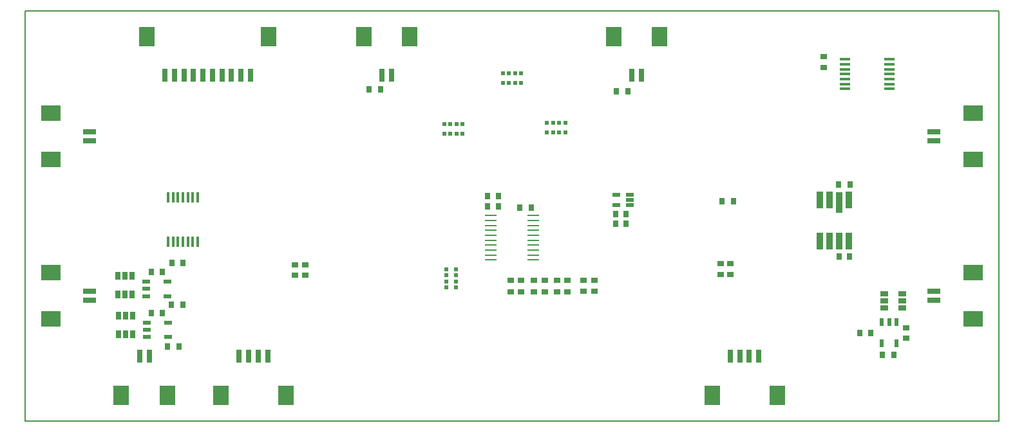
<source format=gbp>
G04*
G04 #@! TF.GenerationSoftware,Altium Limited,Altium Designer,18.1.9 (240)*
G04*
G04 Layer_Color=128*
%FSLAX44Y44*%
%MOMM*%
G71*
G01*
G75*
%ADD13C,0.2000*%
%ADD23R,1.8000X0.7000*%
%ADD24R,2.6000X2.0000*%
%ADD25R,0.7000X1.8000*%
%ADD26R,2.0000X2.6000*%
%ADD29R,0.7000X0.9000*%
%ADD30R,0.9000X0.7000*%
%ADD31R,0.8000X0.9000*%
%ADD32R,1.0000X0.4700*%
%ADD33R,1.1000X0.6000*%
%ADD34R,0.9000X0.8000*%
%ADD41R,0.6000X0.6000*%
%ADD90R,0.3556X1.4732*%
%ADD91R,0.6500X1.1000*%
%ADD92R,1.5500X0.2500*%
%ADD93R,0.6000X0.6000*%
%ADD94R,0.9000X2.2500*%
%ADD95R,0.9000X2.8000*%
%ADD96R,0.6000X1.1000*%
%ADD97R,1.1000X0.6500*%
%ADD98R,1.4732X0.3556*%
D13*
X1280000D01*
Y540000D01*
X0D02*
X1280000D01*
X0Y0D02*
Y540000D01*
D23*
X85000Y381250D02*
D03*
Y368750D02*
D03*
Y171250D02*
D03*
Y158750D02*
D03*
X1195000Y368750D02*
D03*
Y381250D02*
D03*
Y158750D02*
D03*
Y171250D02*
D03*
D24*
X34000Y405250D02*
D03*
Y344750D02*
D03*
Y195250D02*
D03*
Y134750D02*
D03*
X1246000Y344750D02*
D03*
Y405250D02*
D03*
Y134750D02*
D03*
Y195250D02*
D03*
D25*
X258750Y455000D02*
D03*
X246250D02*
D03*
X233750D02*
D03*
X296250D02*
D03*
X283750D02*
D03*
X271250D02*
D03*
X221250D02*
D03*
X208750D02*
D03*
X196250D02*
D03*
X183750D02*
D03*
X964500Y85000D02*
D03*
X927000D02*
D03*
X939500D02*
D03*
X952000D02*
D03*
X318750D02*
D03*
X281250D02*
D03*
X293750D02*
D03*
X306250D02*
D03*
X481700Y455000D02*
D03*
X469200D02*
D03*
X810000Y455000D02*
D03*
X797500D02*
D03*
X150500Y85000D02*
D03*
X163000D02*
D03*
D26*
X320250Y506000D02*
D03*
X159750D02*
D03*
X903000Y34000D02*
D03*
X988500D02*
D03*
X257250D02*
D03*
X342750D02*
D03*
X505700Y506000D02*
D03*
X445200D02*
D03*
X834000Y506000D02*
D03*
X773500D02*
D03*
X126500Y34000D02*
D03*
X187000D02*
D03*
D29*
X467500Y437000D02*
D03*
X452500D02*
D03*
X650500Y281000D02*
D03*
X665500D02*
D03*
X792500Y434000D02*
D03*
X777500D02*
D03*
X1084500Y311000D02*
D03*
X1069500D02*
D03*
X1112000Y116000D02*
D03*
X1097000D02*
D03*
X931426Y289000D02*
D03*
X916426D02*
D03*
X202000Y98000D02*
D03*
X187000D02*
D03*
X1126882Y87000D02*
D03*
X1141882D02*
D03*
X207500Y153000D02*
D03*
X192500D02*
D03*
D30*
X638000Y170250D02*
D03*
Y185250D02*
D03*
X652000Y170250D02*
D03*
Y185250D02*
D03*
X669000Y170250D02*
D03*
Y185250D02*
D03*
X683000Y170250D02*
D03*
Y185250D02*
D03*
X699000Y170250D02*
D03*
Y185250D02*
D03*
X734000Y170500D02*
D03*
Y185500D02*
D03*
X748000Y170500D02*
D03*
Y185500D02*
D03*
X713000Y170250D02*
D03*
Y185250D02*
D03*
D31*
X180000Y196000D02*
D03*
X166000D02*
D03*
X621999Y296000D02*
D03*
X607999D02*
D03*
X622000Y283000D02*
D03*
X608000D02*
D03*
X1069810Y217000D02*
D03*
X1083810D02*
D03*
X207000Y208000D02*
D03*
X193000D02*
D03*
X166000Y142000D02*
D03*
X180000D02*
D03*
X790000Y259648D02*
D03*
X776000D02*
D03*
Y272740D02*
D03*
X790000D02*
D03*
D32*
X795000Y297558D02*
D03*
Y284558D02*
D03*
X777000Y297558D02*
D03*
Y284558D02*
D03*
X795000Y291058D02*
D03*
D33*
X188000Y110500D02*
D03*
Y129500D02*
D03*
X160000D02*
D03*
Y120000D02*
D03*
Y110500D02*
D03*
X187160Y164485D02*
D03*
Y183485D02*
D03*
X159160D02*
D03*
Y173985D02*
D03*
Y164485D02*
D03*
D34*
X368025Y192000D02*
D03*
Y206000D02*
D03*
X355025Y192000D02*
D03*
Y206000D02*
D03*
X1050000Y479500D02*
D03*
Y465500D02*
D03*
X1158480Y109000D02*
D03*
Y123000D02*
D03*
X927000Y207000D02*
D03*
Y193000D02*
D03*
X914000Y207000D02*
D03*
Y193000D02*
D03*
D41*
X566500Y175750D02*
D03*
Y183750D02*
D03*
Y191750D02*
D03*
Y199750D02*
D03*
X553500D02*
D03*
Y191750D02*
D03*
Y183750D02*
D03*
Y175750D02*
D03*
D90*
X187942Y236040D02*
D03*
X194546D02*
D03*
X200896D02*
D03*
X207500D02*
D03*
X214104D02*
D03*
X220454D02*
D03*
X227058D02*
D03*
Y294460D02*
D03*
X220454D02*
D03*
X214104D02*
D03*
X207500D02*
D03*
X200896D02*
D03*
X194546D02*
D03*
X187942D02*
D03*
D91*
X121750Y191000D02*
D03*
X131250D02*
D03*
X140750D02*
D03*
Y167000D02*
D03*
X131250D02*
D03*
X121750D02*
D03*
X122750Y138502D02*
D03*
X132250D02*
D03*
X141750D02*
D03*
Y114502D02*
D03*
X132250D02*
D03*
X122750D02*
D03*
D92*
X612000Y212000D02*
D03*
Y218500D02*
D03*
Y225000D02*
D03*
Y231500D02*
D03*
Y238000D02*
D03*
Y244500D02*
D03*
Y251000D02*
D03*
Y257500D02*
D03*
Y264000D02*
D03*
Y270500D02*
D03*
X668000Y212000D02*
D03*
Y218500D02*
D03*
Y225000D02*
D03*
Y231500D02*
D03*
Y238000D02*
D03*
Y244500D02*
D03*
Y251000D02*
D03*
Y257500D02*
D03*
Y264000D02*
D03*
Y270500D02*
D03*
D93*
X710000Y393000D02*
D03*
X702000D02*
D03*
X694000D02*
D03*
X686000D02*
D03*
Y380000D02*
D03*
X694000D02*
D03*
X702000D02*
D03*
X710000D02*
D03*
X628000Y445000D02*
D03*
X636000D02*
D03*
X644000D02*
D03*
X652000D02*
D03*
Y458000D02*
D03*
X644000D02*
D03*
X636000D02*
D03*
X628000D02*
D03*
X575000Y378000D02*
D03*
X567000D02*
D03*
X559000D02*
D03*
X551000D02*
D03*
Y391000D02*
D03*
X559000D02*
D03*
X567000D02*
D03*
X575000D02*
D03*
D94*
X1045000Y237250D02*
D03*
X1057500D02*
D03*
X1070500D02*
D03*
X1083000D02*
D03*
Y290750D02*
D03*
X1057500D02*
D03*
X1045000D02*
D03*
D95*
X1070500Y288000D02*
D03*
D96*
X1126382Y102250D02*
D03*
X1145382D02*
D03*
Y130250D02*
D03*
X1135882D02*
D03*
X1126382D02*
D03*
D97*
X1153382Y167500D02*
D03*
Y158000D02*
D03*
Y148500D02*
D03*
X1129382D02*
D03*
Y158000D02*
D03*
Y167500D02*
D03*
D98*
X1078080Y476304D02*
D03*
Y469700D02*
D03*
Y463350D02*
D03*
Y456746D02*
D03*
Y450142D02*
D03*
Y443792D02*
D03*
Y437188D02*
D03*
X1136500D02*
D03*
Y443792D02*
D03*
Y450142D02*
D03*
Y456746D02*
D03*
Y463350D02*
D03*
Y469700D02*
D03*
Y476304D02*
D03*
M02*

</source>
